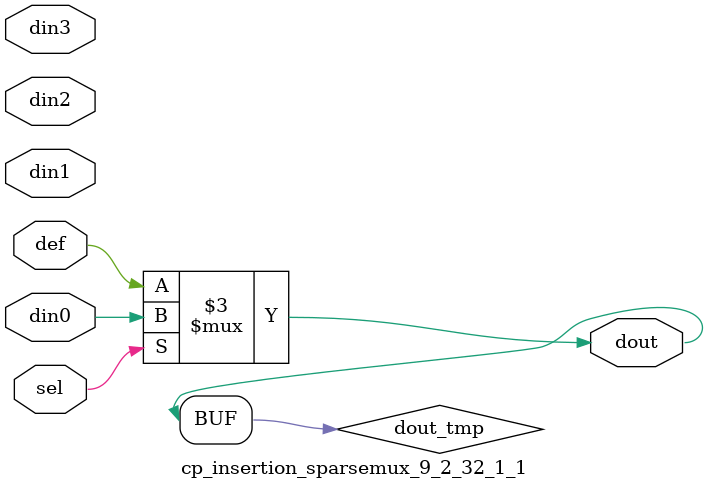
<source format=v>
`timescale 1ns / 1ps

module cp_insertion_sparsemux_9_2_32_1_1 (din0,din1,din2,din3,def,sel,dout);

parameter din0_WIDTH = 1;

parameter din1_WIDTH = 1;

parameter din2_WIDTH = 1;

parameter din3_WIDTH = 1;

parameter def_WIDTH = 1;
parameter sel_WIDTH = 1;
parameter dout_WIDTH = 1;

parameter [sel_WIDTH-1:0] CASE0 = 1;

parameter [sel_WIDTH-1:0] CASE1 = 1;

parameter [sel_WIDTH-1:0] CASE2 = 1;

parameter [sel_WIDTH-1:0] CASE3 = 1;

parameter ID = 1;
parameter NUM_STAGE = 1;



input [din0_WIDTH-1:0] din0;

input [din1_WIDTH-1:0] din1;

input [din2_WIDTH-1:0] din2;

input [din3_WIDTH-1:0] din3;

input [def_WIDTH-1:0] def;
input [sel_WIDTH-1:0] sel;

output [dout_WIDTH-1:0] dout;



reg [dout_WIDTH-1:0] dout_tmp;


always @ (*) begin
(* parallel_case *) case (sel)
    
    CASE0 : dout_tmp = din0;
    
    CASE1 : dout_tmp = din1;
    
    CASE2 : dout_tmp = din2;
    
    CASE3 : dout_tmp = din3;
    
    default : dout_tmp = def;
endcase
end


assign dout = dout_tmp;



endmodule

</source>
